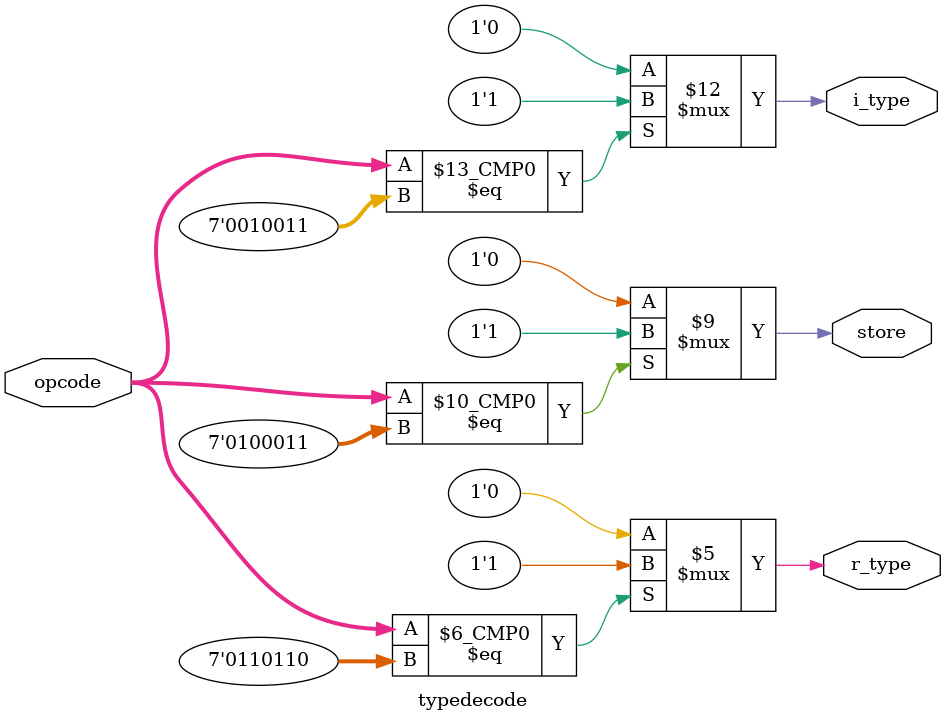
<source format=v>
module typedecode(
    input wire [6:0] opcode,
    output reg r_type,
    output reg i_type,
    output reg store
);

always @(*) begin
    r_type = 0;
    i_type = 0;
    store = 0;
    
    case (opcode)
        7'b0110110: r_type = 1;
        7'b0100011: store = 1;
        7'b0010011: i_type = 1;
    endcase
end

endmodule

</source>
